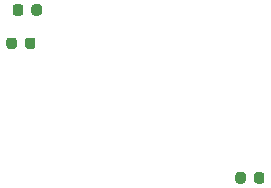
<source format=gbr>
%TF.GenerationSoftware,KiCad,Pcbnew,(5.99.0-3097-g8601b1e63)*%
%TF.CreationDate,2020-09-03T20:39:07+02:00*%
%TF.ProjectId,FD3,4644332e-6b69-4636-9164-5f7063625858,rev?*%
%TF.SameCoordinates,Original*%
%TF.FileFunction,Paste,Bot*%
%TF.FilePolarity,Positive*%
%FSLAX46Y46*%
G04 Gerber Fmt 4.6, Leading zero omitted, Abs format (unit mm)*
G04 Created by KiCad (PCBNEW (5.99.0-3097-g8601b1e63)) date 2020-09-03 20:39:07*
%MOMM*%
%LPD*%
G01*
G04 APERTURE LIST*
G04 APERTURE END LIST*
%TO.C,C73*%
G36*
G01*
X177747500Y-58736250D02*
X177747500Y-58223750D01*
G75*
G02*
X177966250Y-58005000I218750J0D01*
G01*
X178403750Y-58005000D01*
G75*
G02*
X178622500Y-58223750I0J-218750D01*
G01*
X178622500Y-58736250D01*
G75*
G02*
X178403750Y-58955000I-218750J0D01*
G01*
X177966250Y-58955000D01*
G75*
G02*
X177747500Y-58736250I0J218750D01*
G01*
G37*
G36*
G01*
X179322500Y-58736250D02*
X179322500Y-58223750D01*
G75*
G02*
X179541250Y-58005000I218750J0D01*
G01*
X179978750Y-58005000D01*
G75*
G02*
X180197500Y-58223750I0J-218750D01*
G01*
X180197500Y-58736250D01*
G75*
G02*
X179978750Y-58955000I-218750J0D01*
G01*
X179541250Y-58955000D01*
G75*
G02*
X179322500Y-58736250I0J218750D01*
G01*
G37*
%TD*%
%TO.C,C74*%
G36*
G01*
X179655000Y-61043750D02*
X179655000Y-61556250D01*
G75*
G02*
X179436250Y-61775000I-218750J0D01*
G01*
X178998750Y-61775000D01*
G75*
G02*
X178780000Y-61556250I0J218750D01*
G01*
X178780000Y-61043750D01*
G75*
G02*
X178998750Y-60825000I218750J0D01*
G01*
X179436250Y-60825000D01*
G75*
G02*
X179655000Y-61043750I0J-218750D01*
G01*
G37*
G36*
G01*
X178080000Y-61043750D02*
X178080000Y-61556250D01*
G75*
G02*
X177861250Y-61775000I-218750J0D01*
G01*
X177423750Y-61775000D01*
G75*
G02*
X177205000Y-61556250I0J218750D01*
G01*
X177205000Y-61043750D01*
G75*
G02*
X177423750Y-60825000I218750J0D01*
G01*
X177861250Y-60825000D01*
G75*
G02*
X178080000Y-61043750I0J-218750D01*
G01*
G37*
%TD*%
%TO.C,R88*%
G36*
G01*
X199037500Y-72443750D02*
X199037500Y-72956250D01*
G75*
G02*
X198818750Y-73175000I-218750J0D01*
G01*
X198381250Y-73175000D01*
G75*
G02*
X198162500Y-72956250I0J218750D01*
G01*
X198162500Y-72443750D01*
G75*
G02*
X198381250Y-72225000I218750J0D01*
G01*
X198818750Y-72225000D01*
G75*
G02*
X199037500Y-72443750I0J-218750D01*
G01*
G37*
G36*
G01*
X197462500Y-72443750D02*
X197462500Y-72956250D01*
G75*
G02*
X197243750Y-73175000I-218750J0D01*
G01*
X196806250Y-73175000D01*
G75*
G02*
X196587500Y-72956250I0J218750D01*
G01*
X196587500Y-72443750D01*
G75*
G02*
X196806250Y-72225000I218750J0D01*
G01*
X197243750Y-72225000D01*
G75*
G02*
X197462500Y-72443750I0J-218750D01*
G01*
G37*
%TD*%
M02*

</source>
